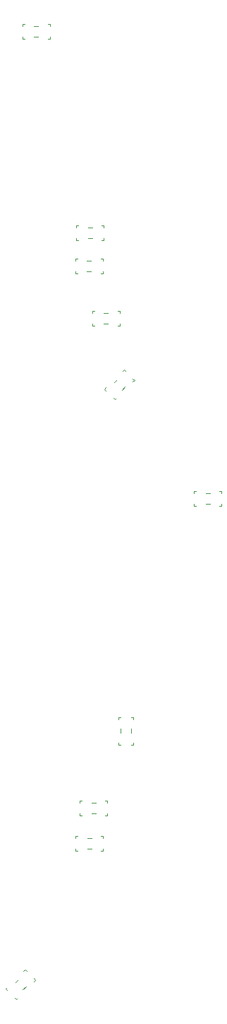
<source format=gbo>
G04*
G04 #@! TF.GenerationSoftware,Altium Limited,Altium Designer,21.8.1 (53)*
G04*
G04 Layer_Color=32896*
%FSLAX25Y25*%
%MOIN*%
G70*
G04*
G04 #@! TF.SameCoordinates,F5C5D764-6AA7-4F14-928A-87DEF657E23D*
G04*
G04*
G04 #@! TF.FilePolarity,Positive*
G04*
G01*
G75*
%ADD15C,0.00200*%
D15*
X360200Y273700D02*
Y274700D01*
X359200Y274700D02*
X360200Y274700D01*
Y267700D02*
Y268700D01*
X359200Y267700D02*
X360200Y267700D01*
X347200D02*
X348200Y267700D01*
X347200Y267700D02*
Y268700D01*
Y273700D02*
Y274700D01*
X348200Y274700D01*
X352700Y273700D02*
X354700D01*
X352700Y268700D02*
X354700D01*
X360000Y546100D02*
Y547100D01*
X359000D02*
X360000D01*
Y540100D02*
Y541100D01*
X359000Y540100D02*
X360000D01*
X347000D02*
X348000D01*
X347000D02*
Y541100D01*
Y546100D02*
Y547100D01*
X348000D01*
X352500Y546100D02*
X354500D01*
X352500Y541100D02*
X354500D01*
X354800Y290200D02*
X356800D01*
X354800Y285200D02*
X356800D01*
X361300Y284200D02*
X362300D01*
Y285200D01*
Y290200D02*
Y291200D01*
X361300Y291200D02*
X362300Y291200D01*
X349300D02*
X350300D01*
X349300Y290200D02*
Y291200D01*
Y284200D02*
X350300D01*
X349300D02*
X349300Y285200D01*
X327500Y651600D02*
X329500D01*
X327500Y656600D02*
X329500Y656600D01*
X322000Y657600D02*
X323000Y657600D01*
X322000Y656600D02*
Y657600D01*
Y650600D02*
Y651600D01*
Y650600D02*
X323000Y650600D01*
X334000Y650600D02*
X335000Y650600D01*
X335000Y651600D01*
X334000Y657600D02*
X335000D01*
X335000Y656600D02*
X335000Y657600D01*
X318725Y205761D02*
X320139Y207175D01*
X322261Y202225D02*
X323675Y203639D01*
X327564Y206114D02*
X328271Y206821D01*
X327564Y207528D02*
X328271Y206821D01*
X323321Y211771D02*
X324028Y211064D01*
X322614Y211064D02*
X323321Y211771D01*
X314129Y202579D02*
X314836Y203286D01*
X314129Y202579D02*
X314836Y201872D01*
X319079Y197629D02*
X319786Y198336D01*
X318372Y198336D02*
X319079Y197629D01*
X368978Y485167D02*
X370392Y486581D01*
X365442Y488702D02*
X366857Y490116D01*
X360846Y485520D02*
X361553Y486227D01*
X360846Y485520D02*
X361553Y484813D01*
X365089Y481278D02*
X365796Y480570D01*
X366503Y481278D01*
X374281Y489056D02*
X374988Y489763D01*
X374281Y490470D02*
X374988Y489763D01*
X369331Y494005D02*
X370039Y494712D01*
X370746Y494005D01*
X368600Y323200D02*
Y325200D01*
X373600Y323200D02*
Y325200D01*
X374600Y329700D02*
Y330700D01*
X373600D02*
X374600D01*
X367600D02*
X368600D01*
X367600D02*
X367600Y329700D01*
X367600Y317700D02*
Y318700D01*
Y317700D02*
X368600D01*
X374600D02*
Y318700D01*
X373600Y317700D02*
X374600Y317700D01*
X408800Y436200D02*
X410800D01*
X408800Y431200D02*
X410800D01*
X415300Y430200D02*
X416300D01*
Y431200D01*
Y436200D02*
Y437200D01*
X415300D02*
X416300D01*
X403300D02*
X404300D01*
X403300Y436200D02*
Y437200D01*
Y430200D02*
X404300D01*
X403300D02*
Y431200D01*
X360500Y521200D02*
X362500D01*
X360500Y516200D02*
X362500D01*
X367000Y515200D02*
X368000D01*
Y516200D01*
Y521200D02*
Y522200D01*
X367000D02*
X368000D01*
X355000D02*
X356000D01*
X355000Y521200D02*
Y522200D01*
Y515200D02*
X356000D01*
X355000D02*
Y516200D01*
X353100Y561600D02*
X355100D01*
X353100Y556600D02*
X355100D01*
X359600Y555600D02*
X360600D01*
Y556600D01*
Y561600D02*
Y562600D01*
X359600D02*
X360600D01*
X347600D02*
X348600D01*
X347600Y561600D02*
Y562600D01*
Y555600D02*
X348600D01*
X347600D02*
Y556600D01*
M02*

</source>
